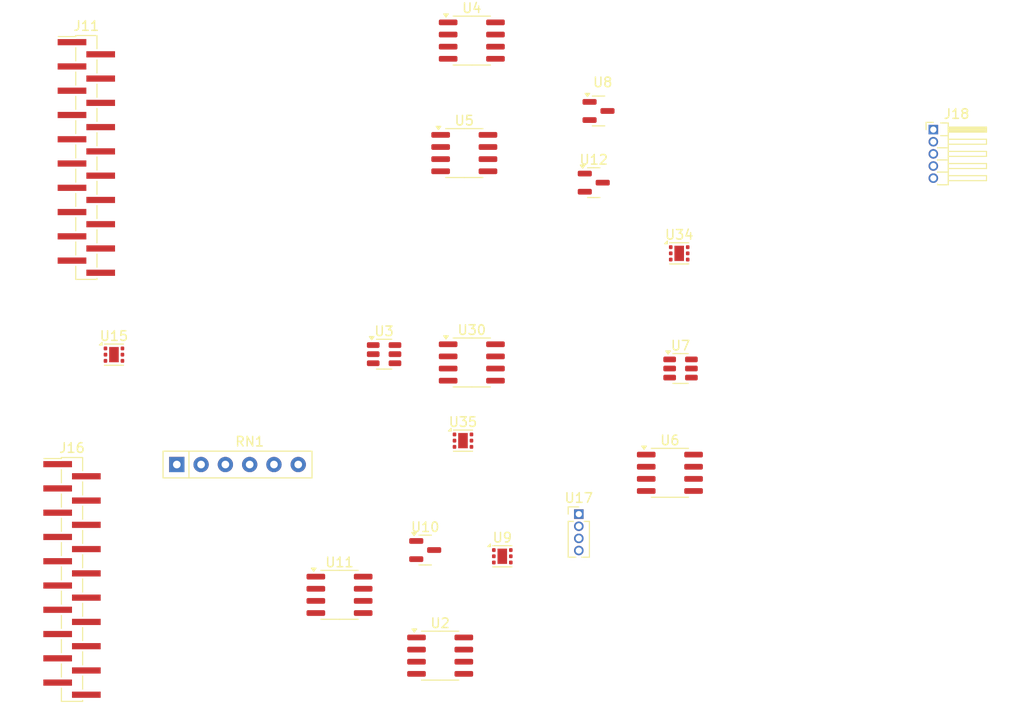
<source format=kicad_pcb>
(kicad_pcb (version 20240108) (generator "pcbnew") (generator_version "8.0")
  (layers (0 "F.Cu" signal) (31 "B.Cu" signal) (34 "B.Paste" user) (35 "F.Paste" user) (36 "B.SilkS" user "B.Silkscreen") (37 "F.SilkS" user "F.Silkscreen") (38 "B.Mask" user) (39 "F.Mask" user) (44 "Edge.Cuts" user))
  (net 0 "")
  (net 6 "GND")
  (net 14 "+3.3V")
  (net 15 "+5V")
  (net 29 "Net-(J2-In)")
  (net 30 "Net-(RN1-R2.2)")
  (net 31 "/Base_Sensor/ANALOG_GND")
  (net 32 "/Base_Sensor/Vsense")
  (net 33 "Net-(J8-Pin_2)")
  (net 34 "Net-(U2A--)")
  (net 35 "Net-(J8-Pin_3)")
  (net 36 "/Base_Sensor/VDD")
  (net 37 "Net-(J8-Pin_1)")
  (net 38 "/EN{slash}~{SH_0}")
  (net 39 "/Sensor Module Prototype/Vdd")
  (net 40 "/Sensor Module Prototype/ANALOG_GND")
  (net 41 "Net-(U5A-+)")
  (net 42 "Net-(R12-Pad2)")
  (net 43 "Net-(U5B--)")
  (net 44 "Net-(R13-Pad2)")
  (net 45 "Net-(U5B-+)")
  (net 46 "Net-(U5A--)")
  (net 47 "/Sensor Module Prototype/SLOT_ADDR_1")
  (net 48 "/Sensor Module Prototype/CALIBRATE")
  (net 49 "/Sensor Module Prototype/DIGITAL_GND")
  (net 50 "/Sensor Module Prototype/I2C_SDA")
  (net 51 "/Sensor Module Prototype/SLOT_ADDR_0")
  (net 52 "/Sensor Module Prototype/SLOT_ADDR_2")
  (net 53 "/Sensor Module Prototype/I2C_SCL")
  (net 54 "/Sensor Module Prototype/EN_~{SH}")
  (net 55 "/Sensor Module Prototype/+5V")
  (net 56 "/Sensor Module Prototype/+4.096_REF")
  (net 57 "/Base_Sensor/+4.096_VREF")
  (net 58 "Net-(U11B-+)")
  (net 59 "Net-(U11B--)")
  (net 60 "Net-(U11A-+)")
  (net 61 "Net-(R21-Pad2)")
  (net 62 "Net-(U11A--)")
  (net 63 "Net-(R48-Pad2)")
  (net 64 "/Sensor Module Prototype/+2.5V_REF")
  (net 65 "Net-(J6-Pin_1)")
  (net 66 "/Base_Sensor/Vdd")
  (net 67 "/I2C_SCL")
  (net 68 "/I2C_SDA")
  (net 69 "/Base_Sensor/DIGITAL_GND")
  (net 70 "Net-(U30A--)")
  (net 71 "Net-(U30B--)")
  (footprint "Connector_PinHeader_1.27mm:PinHeader_1x20_P1.27mm_Vertical_SMD_Pin1Left" (layer "F.Cu") (at 45.5 50.865)
    (property "Reference" "J11" (at 0 -13.76 0) (layer "F.SilkS"))
    (property "Value" "Conn_01x20_Socket")
    (fp_line (start -1.11 -12.76) (end -1.11 -12.65) (stroke (width 0.12)) (layer "F.SilkS"))
    (fp_line (start -1.11 -12.76) (end 1.11 -12.76) (stroke (width 0.12)) (layer "F.SilkS"))
    (fp_line (start -1.11 -12.65) (end -2.94 -12.65) (stroke (width 0.12)) (layer "F.SilkS"))
    (fp_line (start -1.11 -11.48) (end -1.11 -10.11) (stroke (width 0.12)) (layer "F.SilkS"))
    (fp_line (start -1.11 -8.94) (end -1.11 -7.57) (stroke (width 0.12)) (layer "F.SilkS"))
    (fp_line (start -1.11 -6.4) (end -1.11 -5.03) (stroke (width 0.12)) (layer "F.SilkS"))
    (fp_line (start -1.11 -3.86) (end -1.11 -2.49) (stroke (width 0.12)) (layer "F.SilkS"))
    (fp_line (start -1.11 -1.32) (end -1.11 0.05) (stroke (width 0.12)) (layer "F.SilkS"))
    (fp_line (start -1.11 1.22) (end -1.11 2.59) (stroke (width 0.12)) (layer "F.SilkS"))
    (fp_line (start -1.11 3.76) (end -1.11 5.13) (stroke (width 0.12)) (layer "F.SilkS"))
    (fp_line (start -1.11 6.3) (end -1.11 7.67) (stroke (width 0.12)) (layer "F.SilkS"))
    (fp_line (start -1.11 8.84) (end -1.11 10.21) (stroke (width 0.12)) (layer "F.SilkS"))
    (fp_line (start -1.11 11.38) (end -1.11 12.75) (stroke (width 0.12)) (layer "F.SilkS"))
    (fp_line (start -1.11 12.76) (end 1.11 12.76) (stroke (width 0.12)) (layer "F.SilkS"))
    (fp_line (start 1.11 -12.75) (end 1.11 -11.38) (stroke (width 0.12)) (layer "F.SilkS"))
    (fp_line (start 1.11 -10.21) (end 1.11 -8.84) (stroke (width 0.12)) (layer "F.SilkS"))
    (fp_line (start 1.11 -7.67) (end 1.11 -6.3) (stroke (width 0.12)) (layer "F.SilkS"))
    (fp_line (start 1.11 -5.13) (end 1.11 -3.76) (stroke (width 0.12)) (layer "F.SilkS"))
    (fp_line (start 1.11 -2.59) (end 1.11 -1.22) (stroke (width 0.12)) (layer "F.SilkS"))
    (fp_line (start 1.11 -0.05) (end 1.11 1.32) (stroke (width 0.12)) (layer "F.SilkS"))
    (fp_line (start 1.11 2.49) (end 1.11 3.86) (stroke (width 0.12)) (layer "F.SilkS"))
    (fp_line (start 1.11 5.03) (end 1.11 6.4) (stroke (width 0.12)) (layer "F.SilkS"))
    (fp_line (start 1.11 7.57) (end 1.11 8.94) (stroke (width 0.12)) (layer "F.SilkS"))
    (fp_line (start 1.11 10.11) (end 1.11 11.48) (stroke (width 0.12)) (layer "F.SilkS"))
    (fp_line (start 1.11 12.65) (end 1.11 12.76) (stroke (width 0.12)) (layer "F.SilkS"))
    (pad "1" smd rect (at -1.5 -12.065) (size 3 0.65) (layers "F.Cu" "F.Paste" "F.Mask") (net 6 "GND"))
    (pad "2" smd rect (at 1.5 -10.795) (size 3 0.65) (layers "F.Cu" "F.Paste" "F.Mask") (net 6 "GND"))
    (pad "3" smd rect (at -1.5 -9.525) (size 3 0.65) (layers "F.Cu" "F.Paste" "F.Mask") (net 6 "GND"))
    (pad "4" smd rect (at 1.5 -8.255) (size 3 0.65) (layers "F.Cu" "F.Paste" "F.Mask") (net 6 "GND"))
    (pad "5" smd rect (at -1.5 -6.985) (size 3 0.65) (layers "F.Cu" "F.Paste" "F.Mask"))
    (pad "6" smd rect (at 1.5 -5.715) (size 3 0.65) (layers "F.Cu" "F.Paste" "F.Mask"))
    (pad "7" smd rect (at -1.5 -4.445) (size 3 0.65) (layers "F.Cu" "F.Paste" "F.Mask"))
    (pad "8" smd rect (at 1.5 -3.175) (size 3 0.65) (layers "F.Cu" "F.Paste" "F.Mask"))
    (pad "9" smd rect (at -1.5 -1.905) (size 3 0.65) (layers "F.Cu" "F.Paste" "F.Mask") (net 6 "GND"))
    (pad "10" smd rect (at 1.5 -0.635) (size 3 0.65) (layers "F.Cu" "F.Paste" "F.Mask") (net 6 "GND"))
    (pad "11" smd rect (at -1.5 0.635) (size 3 0.65) (layers "F.Cu" "F.Paste" "F.Mask"))
    (pad "12" smd rect (at 1.5 1.905) (size 3 0.65) (layers "F.Cu" "F.Paste" "F.Mask"))
    (pad "13" smd rect (at -1.5 3.175) (size 3 0.65) (layers "F.Cu" "F.Paste" "F.Mask"))
    (pad "14" smd rect (at 1.5 4.445) (size 3 0.65) (layers "F.Cu" "F.Paste" "F.Mask") (net 6 "GND"))
    (pad "15" smd rect (at -1.5 5.715) (size 3 0.65) (layers "F.Cu" "F.Paste" "F.Mask"))
    (pad "16" smd rect (at 1.5 6.985) (size 3 0.65) (layers "F.Cu" "F.Paste" "F.Mask"))
    (pad "17" smd rect (at -1.5 8.255) (size 3 0.65) (layers "F.Cu" "F.Paste" "F.Mask"))
    (pad "18" smd rect (at 1.5 9.525) (size 3 0.65) (layers "F.Cu" "F.Paste" "F.Mask"))
    (pad "19" smd rect (at -1.5 10.795) (size 3 0.65) (layers "F.Cu" "F.Paste" "F.Mask"))
    (pad "20" smd rect (at 1.5 12.065) (size 3 0.65) (layers "F.Cu" "F.Paste" "F.Mask") (net 6 "GND"))
  )
  (footprint "Package_SON:WSON-6-1EP_2x2mm_P0.65mm_EP1x1.6mm" (layer "F.Cu") (at 107.5 60.9)
    (property "Reference" "U34" (at 0 -1.95 0) (layer "F.SilkS"))
    (property "Value" "TVS0500DRV")
    (fp_line (start -1 -1.11) (end 1 -1.11) (stroke (width 0.12)) (layer "F.SilkS"))
    (fp_line (start -1 1.11) (end 1 1.11) (stroke (width 0.12)) (layer "F.SilkS"))
    (fp_poly (pts (xy -1.24 -1.01) (xy -1.52 -1.01) (xy -1.24 -1.29) (xy -1.24 -1.01)) (stroke (width 0.12)) (fill solid) (layer "F.SilkS"))
    (pad "1" smd roundrect (at -0.8875 -0.65) (size 0.375 0.4) (layers "F.Cu" "F.Paste" "F.Mask") (net 40 "/Sensor Module Prototype/ANALOG_GND"))
    (pad "2" smd roundrect (at -0.8875 0) (size 0.375 0.4) (layers "F.Cu" "F.Paste" "F.Mask") (net 40 "/Sensor Module Prototype/ANALOG_GND"))
    (pad "3" smd roundrect (at -0.8875 0.65) (size 0.375 0.4) (layers "F.Cu" "F.Paste" "F.Mask") (net 40 "/Sensor Module Prototype/ANALOG_GND"))
    (pad "4" smd roundrect (at 0.8875 0.65) (size 0.375 0.4) (layers "F.Cu" "F.Paste" "F.Mask") (net 71 "Net-(U30B--)"))
    (pad "5" smd roundrect (at 0.8875 0) (size 0.375 0.4) (layers "F.Cu" "F.Paste" "F.Mask") (net 71 "Net-(U30B--)"))
    (pad "6" smd roundrect (at 0.8875 -0.65) (size 0.375 0.4) (layers "F.Cu" "F.Paste" "F.Mask") (net 71 "Net-(U30B--)"))
    (pad "7" smd rect (at 0 0) (size 1 1.6) (property pad_prop_heatsink) (layers "F.Cu" "F.Mask") (net 40 "/Sensor Module Prototype/ANALOG_GND"))
  )
  (footprint "Package_TO_SOT_SMD:SOT-23-6" (layer "F.Cu") (at 76.6375 71.45)
    (property "Reference" "U3" (at 0 -2.4 0) (layer "F.SilkS"))
    (property "Value" "TPS22929D")
    (fp_line (start 0 -1.56) (end -0.8 -1.56) (stroke (width 0.12)) (layer "F.SilkS"))
    (fp_line (start 0 -1.56) (end 0.8 -1.56) (stroke (width 0.12)) (layer "F.SilkS"))
    (fp_line (start 0 1.56) (end -0.8 1.56) (stroke (width 0.12)) (layer "F.SilkS"))
    (fp_line (start 0 1.56) (end 0.8 1.56) (stroke (width 0.12)) (layer "F.SilkS"))
    (fp_poly (pts (xy -1.3 -1.51) (xy -1.54 -1.84) (xy -1.06 -1.84) (xy -1.3 -1.51)) (stroke (width 0.12)) (fill solid) (layer "F.SilkS"))
    (pad "1" smd roundrect (at -1.1375 -0.95) (size 1.325 0.6) (layers "F.Cu" "F.Paste" "F.Mask") (net 36 "/Base_Sensor/VDD"))
    (pad "2" smd roundrect (at -1.1375 0) (size 1.325 0.6) (layers "F.Cu" "F.Paste" "F.Mask") (net 6 "GND"))
    (pad "3" smd roundrect (at -1.1375 0.95) (size 1.325 0.6) (layers "F.Cu" "F.Paste" "F.Mask") (net 38 "/EN{slash}~{SH_0}"))
    (pad "4" smd roundrect (at 1.1375 0.95) (size 1.325 0.6) (layers "F.Cu" "F.Paste" "F.Mask") (net 15 "+5V"))
    (pad "5" smd roundrect (at 1.1375 0) (size 1.325 0.6) (layers "F.Cu" "F.Paste" "F.Mask") (net 6 "GND"))
    (pad "6" smd roundrect (at 1.1375 -0.95) (size 1.325 0.6) (layers "F.Cu" "F.Paste" "F.Mask") (net 15 "+5V"))
  )
  (footprint "Package_SO:SOIC-8_3.9x4.9mm_P1.27mm" (layer "F.Cu") (at 85.81 38.635)
    (property "Reference" "U4" (at 0 -3.4 0) (layer "F.SilkS"))
    (property "Value" "OPA2397DGKR")
    (fp_line (start 0 -2.56) (end -1.95 -2.56) (stroke (width 0.12)) (layer "F.SilkS"))
    (fp_line (start 0 -2.56) (end 1.95 -2.56) (stroke (width 0.12)) (layer "F.SilkS"))
    (fp_line (start 0 2.56) (end -1.95 2.56) (stroke (width 0.12)) (layer "F.SilkS"))
    (fp_line (start 0 2.56) (end 1.95 2.56) (stroke (width 0.12)) (layer "F.SilkS"))
    (fp_poly (pts (xy -2.7 -2.465) (xy -2.94 -2.795) (xy -2.46 -2.795) (xy -2.7 -2.465)) (stroke (width 0.12)) (fill solid) (layer "F.SilkS"))
    (pad "1" smd roundrect (at -2.475 -1.905) (size 1.95 0.6) (layers "F.Cu" "F.Paste" "F.Mask"))
    (pad "2" smd roundrect (at -2.475 -0.635) (size 1.95 0.6) (layers "F.Cu" "F.Paste" "F.Mask"))
    (pad "3" smd roundrect (at -2.475 0.635) (size 1.95 0.6) (layers "F.Cu" "F.Paste" "F.Mask"))
    (pad "4" smd roundrect (at -2.475 1.905) (size 1.95 0.6) (layers "F.Cu" "F.Paste" "F.Mask") (net 40 "/Sensor Module Prototype/ANALOG_GND"))
    (pad "5" smd roundrect (at 2.475 1.905) (size 1.95 0.6) (layers "F.Cu" "F.Paste" "F.Mask"))
    (pad "6" smd roundrect (at 2.475 0.635) (size 1.95 0.6) (layers "F.Cu" "F.Paste" "F.Mask"))
    (pad "7" smd roundrect (at 2.475 -0.635) (size 1.95 0.6) (layers "F.Cu" "F.Paste" "F.Mask"))
    (pad "8" smd roundrect (at 2.475 -1.905) (size 1.95 0.6) (layers "F.Cu" "F.Paste" "F.Mask") (net 39 "/Sensor Module Prototype/Vdd"))
  )
  (footprint "Package_SON:WSON-6-1EP_2x2mm_P0.65mm_EP1x1.6mm" (layer "F.Cu") (at 84.8875 80.5)
    (property "Reference" "U35" (at 0 -1.95 0) (layer "F.SilkS"))
    (property "Value" "TVS0500DRV")
    (fp_line (start -1 -1.11) (end 1 -1.11) (stroke (width 0.12)) (layer "F.SilkS"))
    (fp_line (start -1 1.11) (end 1 1.11) (stroke (width 0.12)) (layer "F.SilkS"))
    (fp_poly (pts (xy -1.24 -1.01) (xy -1.52 -1.01) (xy -1.24 -1.29) (xy -1.24 -1.01)) (stroke (width 0.12)) (fill solid) (layer "F.SilkS"))
    (pad "1" smd roundrect (at -0.8875 -0.65) (size 0.375 0.4) (layers "F.Cu" "F.Paste" "F.Mask") (net 40 "/Sensor Module Prototype/ANALOG_GND"))
    (pad "2" smd roundrect (at -0.8875 0) (size 0.375 0.4) (layers "F.Cu" "F.Paste" "F.Mask") (net 40 "/Sensor Module Prototype/ANALOG_GND"))
    (pad "3" smd roundrect (at -0.8875 0.65) (size 0.375 0.4) (layers "F.Cu" "F.Paste" "F.Mask") (net 40 "/Sensor Module Prototype/ANALOG_GND"))
    (pad "4" smd roundrect (at 0.8875 0.65) (size 0.375 0.4) (layers "F.Cu" "F.Paste" "F.Mask") (net 70 "Net-(U30A--)"))
    (pad "5" smd roundrect (at 0.8875 0) (size 0.375 0.4) (layers "F.Cu" "F.Paste" "F.Mask") (net 70 "Net-(U30A--)"))
    (pad "6" smd roundrect (at 0.8875 -0.65) (size 0.375 0.4) (layers "F.Cu" "F.Paste" "F.Mask") (net 70 "Net-(U30A--)"))
    (pad "7" smd rect (at 0 0) (size 1 1.6) (property pad_prop_heatsink) (layers "F.Cu" "F.Mask") (net 40 "/Sensor Module Prototype/ANALOG_GND"))
  )
  (footprint "Package_TO_SOT_SMD:SOT-23-6" (layer "F.Cu") (at 107.6375 72.95)
    (property "Reference" "U7" (at 0 -2.4 0) (layer "F.SilkS"))
    (property "Value" "TPS22929D")
    (fp_line (start 0 -1.56) (end -0.8 -1.56) (stroke (width 0.12)) (layer "F.SilkS"))
    (fp_line (start 0 -1.56) (end 0.8 -1.56) (stroke (width 0.12)) (layer "F.SilkS"))
    (fp_line (start 0 1.56) (end -0.8 1.56) (stroke (width 0.12)) (layer "F.SilkS"))
    (fp_line (start 0 1.56) (end 0.8 1.56) (stroke (width 0.12)) (layer "F.SilkS"))
    (fp_poly (pts (xy -1.3 -1.51) (xy -1.54 -1.84) (xy -1.06 -1.84) (xy -1.3 -1.51)) (stroke (width 0.12)) (fill solid) (layer "F.SilkS"))
    (pad "1" smd roundrect (at -1.1375 -0.95) (size 1.325 0.6) (layers "F.Cu" "F.Paste" "F.Mask") (net 39 "/Sensor Module Prototype/Vdd"))
    (pad "2" smd roundrect (at -1.1375 0) (size 1.325 0.6) (layers "F.Cu" "F.Paste" "F.Mask") (net 49 "/Sensor Module Prototype/DIGITAL_GND"))
    (pad "3" smd roundrect (at -1.1375 0.95) (size 1.325 0.6) (layers "F.Cu" "F.Paste" "F.Mask") (net 54 "/Sensor Module Prototype/EN_~{SH}"))
    (pad "4" smd roundrect (at 1.1375 0.95) (size 1.325 0.6) (layers "F.Cu" "F.Paste" "F.Mask") (net 55 "/Sensor Module Prototype/+5V"))
    (pad "5" smd roundrect (at 1.1375 0) (size 1.325 0.6) (layers "F.Cu" "F.Paste" "F.Mask") (net 49 "/Sensor Module Prototype/DIGITAL_GND"))
    (pad "6" smd roundrect (at 1.1375 -0.95) (size 1.325 0.6) (layers "F.Cu" "F.Paste" "F.Mask") (net 55 "/Sensor Module Prototype/+5V"))
  )
  (footprint "Package_SON:WSON-6-1EP_2x2mm_P0.65mm_EP1x1.6mm" (layer "F.Cu") (at 48.3875 71.5)
    (property "Reference" "U15" (at 0 -1.95 0) (layer "F.SilkS"))
    (property "Value" "TVS0500DRV")
    (fp_line (start -1 -1.11) (end 1 -1.11) (stroke (width 0.12)) (layer "F.SilkS"))
    (fp_line (start -1 1.11) (end 1 1.11) (stroke (width 0.12)) (layer "F.SilkS"))
    (fp_poly (pts (xy -1.24 -1.01) (xy -1.52 -1.01) (xy -1.24 -1.29) (xy -1.24 -1.01)) (stroke (width 0.12)) (fill solid) (layer "F.SilkS"))
    (pad "1" smd roundrect (at -0.8875 -0.65) (size 0.375 0.4) (layers "F.Cu" "F.Paste" "F.Mask") (net 6 "GND"))
    (pad "2" smd roundrect (at -0.8875 0) (size 0.375 0.4) (layers "F.Cu" "F.Paste" "F.Mask") (net 6 "GND"))
    (pad "3" smd roundrect (at -0.8875 0.65) (size 0.375 0.4) (layers "F.Cu" "F.Paste" "F.Mask") (net 6 "GND"))
    (pad "4" smd roundrect (at 0.8875 0.65) (size 0.375 0.4) (layers "F.Cu" "F.Paste" "F.Mask") (net 65 "Net-(J6-Pin_1)"))
    (pad "5" smd roundrect (at 0.8875 0) (size 0.375 0.4) (layers "F.Cu" "F.Paste" "F.Mask") (net 65 "Net-(J6-Pin_1)"))
    (pad "6" smd roundrect (at 0.8875 -0.65) (size 0.375 0.4) (layers "F.Cu" "F.Paste" "F.Mask") (net 65 "Net-(J6-Pin_1)"))
    (pad "7" smd rect (at 0 0) (size 1 1.6) (property pad_prop_heatsink) (layers "F.Cu" "F.Mask") (net 6 "GND"))
  )
  (footprint "Package_SO:SOIC-8_3.9x4.9mm_P1.27mm" (layer "F.Cu") (at 85.81 72.32)
    (property "Reference" "U30" (at 0 -3.4 0) (layer "F.SilkS"))
    (property "Value" "TLV2387DR")
    (fp_line (start 0 -2.56) (end -1.95 -2.56) (stroke (width 0.12)) (layer "F.SilkS"))
    (fp_line (start 0 -2.56) (end 1.95 -2.56) (stroke (width 0.12)) (layer "F.SilkS"))
    (fp_line (start 0 2.56) (end -1.95 2.56) (stroke (width 0.12)) (layer "F.SilkS"))
    (fp_line (start 0 2.56) (end 1.95 2.56) (stroke (width 0.12)) (layer "F.SilkS"))
    (fp_poly (pts (xy -2.7 -2.465) (xy -2.94 -2.795) (xy -2.46 -2.795) (xy -2.7 -2.465)) (stroke (width 0.12)) (fill solid) (layer "F.SilkS"))
    (pad "1" smd roundrect (at -2.475 -1.905) (size 1.95 0.6) (layers "F.Cu" "F.Paste" "F.Mask") (net 70 "Net-(U30A--)"))
    (pad "2" smd roundrect (at -2.475 -0.635) (size 1.95 0.6) (layers "F.Cu" "F.Paste" "F.Mask") (net 70 "Net-(U30A--)"))
    (pad "3" smd roundrect (at -2.475 0.635) (size 1.95 0.6) (layers "F.Cu" "F.Paste" "F.Mask") (net 64 "/Sensor Module Prototype/+2.5V_REF"))
    (pad "4" smd roundrect (at -2.475 1.905) (size 1.95 0.6) (layers "F.Cu" "F.Paste" "F.Mask") (net 40 "/Sensor Module Prototype/ANALOG_GND"))
    (pad "5" smd roundrect (at 2.475 1.905) (size 1.95 0.6) (layers "F.Cu" "F.Paste" "F.Mask") (net 64 "/Sensor Module Prototype/+2.5V_REF"))
    (pad "6" smd roundrect (at 2.475 0.635) (size 1.95 0.6) (layers "F.Cu" "F.Paste" "F.Mask") (net 71 "Net-(U30B--)"))
    (pad "7" smd roundrect (at 2.475 -0.635) (size 1.95 0.6) (layers "F.Cu" "F.Paste" "F.Mask") (net 71 "Net-(U30B--)"))
    (pad "8" smd roundrect (at 2.475 -1.905) (size 1.95 0.6) (layers "F.Cu" "F.Paste" "F.Mask") (net 39 "/Sensor Module Prototype/Vdd"))
  )
  (footprint "Connector_PinHeader_1.27mm:PinHeader_1x20_P1.27mm_Vertical_SMD_Pin1Left" (layer "F.Cu") (at 44 95.025)
    (property "Reference" "J16" (at 0 -13.76 0) (layer "F.SilkS"))
    (property "Value" "Conn_01x20_Socket")
    (fp_line (start -1.11 -12.76) (end -1.11 -12.65) (stroke (width 0.12)) (layer "F.SilkS"))
    (fp_line (start -1.11 -12.76) (end 1.11 -12.76) (stroke (width 0.12)) (layer "F.SilkS"))
    (fp_line (start -1.11 -12.65) (end -2.94 -12.65) (stroke (width 0.12)) (layer "F.SilkS"))
    (fp_line (start -1.11 -11.48) (end -1.11 -10.11) (stroke (width 0.12)) (layer "F.SilkS"))
    (fp_line (start -1.11 -8.94) (end -1.11 -7.57) (stroke (width 0.12)) (layer "F.SilkS"))
    (fp_line (start -1.11 -6.4) (end -1.11 -5.03) (stroke (width 0.12)) (layer "F.SilkS"))
    (fp_line (start -1.11 -3.86) (end -1.11 -2.49) (stroke (width 0.12)) (layer "F.SilkS"))
    (fp_line (start -1.11 -1.32) (end -1.11 0.05) (stroke (width 0.12)) (layer "F.SilkS"))
    (fp_line (start -1.11 1.22) (end -1.11 2.59) (stroke (width 0.12)) (layer "F.SilkS"))
    (fp_line (start -1.11 3.76) (end -1.11 5.13) (stroke (width 0.12)) (layer "F.SilkS"))
    (fp_line (start -1.11 6.3) (end -1.11 7.67) (stroke (width 0.12)) (layer "F.SilkS"))
    (fp_line (start -1.11 8.84) (end -1.11 10.21) (stroke (width 0.12)) (layer "F.SilkS"))
    (fp_line (start -1.11 11.38) (end -1.11 12.75) (stroke (width 0.12)) (layer "F.SilkS"))
    (fp_line (start -1.11 12.76) (end 1.11 12.76) (stroke (width 0.12)) (layer "F.SilkS"))
    (fp_line (start 1.11 -12.75) (end 1.11 -11.38) (stroke (width 0.12)) (layer "F.SilkS"))
    (fp_line (start 1.11 -10.21) (end 1.11 -8.84) (stroke (width 0.12)) (layer "F.SilkS"))
    (fp_line (start 1.11 -7.67) (end 1.11 -6.3) (stroke (width 0.12)) (layer "F.SilkS"))
    (fp_line (start 1.11 -5.13) (end 1.11 -3.76) (stroke (width 0.12)) (layer "F.SilkS"))
    (fp_line (start 1.11 -2.59) (end 1.11 -1.22) (stroke (width 0.12)) (layer "F.SilkS"))
    (fp_line (start 1.11 -0.05) (end 1.11 1.32) (stroke (width 0.12)) (layer "F.SilkS"))
    (fp_line (start 1.11 2.49) (end 1.11 3.86) (stroke (width 0.12)) (layer "F.SilkS"))
    (fp_line (start 1.11 5.03) (end 1.11 6.4) (stroke (width 0.12)) (layer "F.SilkS"))
    (fp_line (start 1.11 7.57) (end 1.11 8.94) (stroke (width 0.12)) (layer "F.SilkS"))
    (fp_line (start 1.11 10.11) (end 1.11 11.48) (stroke (width 0.12)) (layer "F.SilkS"))
    (fp_line (start 1.11 12.65) (end 1.11 12.76) (stroke (width 0.12)) (layer "F.SilkS"))
    (pad "1" smd rect (at -1.5 -12.065) (size 3 0.65) (layers "F.Cu" "F.Paste" "F.Mask") (net 14 "+3.3V"))
    (pad "2" smd rect (at 1.5 -10.795) (size 3 0.65) (layers "F.Cu" "F.Paste" "F.Mask"))
    (pad "3" smd rect (at -1.5 -9.525) (size 3 0.65) (layers "F.Cu" "F.Paste" "F.Mask"))
    (pad "4" smd rect (at 1.5 -8.255) (size 3 0.65) (layers "F.Cu" "F.Paste" "F.Mask"))
    (pad "5" smd rect (at -1.5 -6.985) (size 3 0.65) (layers "F.Cu" "F.Paste" "F.Mask"))
    (pad "6" smd rect (at 1.5 -5.715) (size 3 0.65) (layers "F.Cu" "F.Paste" "F.Mask"))
    (pad "7" smd rect (at -1.5 -4.445) (size 3 0.65) (layers "F.Cu" "F.Paste" "F.Mask"))
    (pad "8" smd rect (at 1.5 -3.175) (size 3 0.65) (layers "F.Cu" "F.Paste" "F.Mask"))
    (pad "9" smd rect (at -1.5 -1.905) (size 3 0.65) (layers "F.Cu" "F.Paste" "F.Mask"))
    (pad "10" smd rect (at 1.5 -0.635) (size 3 0.65) (layers "F.Cu" "F.Paste" "F.Mask"))
    (pad "11" smd rect (at -1.5 0.635) (size 3 0.65) (layers "F.Cu" "F.Paste" "F.Mask"))
    (pad "12" smd rect (at 1.5 1.905) (size 3 0.65) (layers "F.Cu" "F.Paste" "F.Mask"))
    (pad "13" smd rect (at -1.5 3.175) (size 3 0.65) (layers "F.Cu" "F.Paste" "F.Mask"))
    (pad "14" smd rect (at 1.5 4.445) (size 3 0.65) (layers "F.Cu" "F.Paste" "F.Mask") (net 6 "GND"))
    (pad "15" smd rect (at -1.5 5.715) (size 3 0.65) (layers "F.Cu" "F.Paste" "F.Mask"))
    (pad "16" smd rect (at 1.5 6.985) (size 3 0.65) (layers "F.Cu" "F.Paste" "F.Mask") (net 14 "+3.3V"))
    (pad "17" smd rect (at -1.5 8.255) (size 3 0.65) (layers "F.Cu" "F.Paste" "F.Mask") (net 14 "+3.3V"))
    (pad "18" smd rect (at 1.5 9.525) (size 3 0.65) (layers "F.Cu" "F.Paste" "F.Mask") (net 14 "+3.3V"))
    (pad "19" smd rect (at -1.5 10.795) (size 3 0.65) (layers "F.Cu" "F.Paste" "F.Mask") (net 15 "+5V"))
    (pad "20" smd rect (at 1.5 12.065) (size 3 0.65) (layers "F.Cu" "F.Paste" "F.Mask") (net 15 "+5V"))
  )
  (footprint "Package_TO_SOT_SMD:SOT-23" (layer "F.Cu") (at 80.9375 91.95)
    (property "Reference" "U10" (at 0 -2.4 0) (layer "F.SilkS"))
    (property "Value" "REF3040")
    (fp_line (start 0 -1.56) (end -0.65 -1.56) (stroke (width 0.12)) (layer "F.SilkS"))
    (fp_line (start 0 -1.56) (end 0.65 -1.56) (stroke (width 0.12)) (layer "F.SilkS"))
    (fp_line (start 0 1.56) (end -0.65 1.56) (stroke (width 0.12)) (layer "F.SilkS"))
    (fp_line (start 0 1.56) (end 0.65 1.56) (stroke (width 0.12)) (layer "F.SilkS"))
    (fp_poly (pts (xy -1.1625 -1.51) (xy -1.4025 -1.84) (xy -0.9225 -1.84) (xy -1.1625 -1.51)) (stroke (width 0.12)) (fill solid) (layer "F.SilkS"))
    (pad "1" smd roundrect (at -0.9375 -0.95) (size 1.475 0.6) (layers "F.Cu" "F.Paste" "F.Mask") (net 36 "/Base_Sensor/VDD"))
    (pad "2" smd roundrect (at -0.9375 0.95) (size 1.475 0.6) (layers "F.Cu" "F.Paste" "F.Mask") (net 57 "/Base_Sensor/+4.096_VREF"))
    (pad "3" smd roundrect (at 0.9375 0) (size 1.475 0.6) (layers "F.Cu" "F.Paste" "F.Mask") (net 31 "/Base_Sensor/ANALOG_GND"))
  )
  (footprint "Connector_PinHeader_1.27mm:PinHeader_1x05_P1.27mm_Horizontal" (layer "F.Cu") (at 134.075 47.95)
    (property "Reference" "J18" (at 2.4325 -1.635 0) (layer "F.SilkS"))
    (property "Value" "EZO Carrier Board")
    (fp_line (start -0.76 -0.76) (end 0 -0.76) (stroke (width 0.12)) (layer "F.SilkS"))
    (fp_line (start -0.76 0) (end -0.76 -0.76) (stroke (width 0.12)) (layer "F.SilkS"))
    (fp_line (start 0.44 1.889677) (end 0.44 1.920323) (stroke (width 0.12)) (layer "F.SilkS"))
    (fp_line (start 0.44 1.905) (end 1.56 1.905) (stroke (width 0.12)) (layer "F.SilkS"))
    (fp_line (start 0.44 3.159677) (end 0.44 3.190323) (stroke (width 0.12)) (layer "F.SilkS"))
    (fp_line (start 0.44 3.175) (end 1.56 3.175) (stroke (width 0.12)) (layer "F.SilkS"))
    (fp_line (start 0.44 4.429677) (end 0.44 4.460323) (stroke (width 0.12)) (layer "F.SilkS"))
    (fp_line (start 0.44 4.445) (end 1.56 4.445) (stroke (width 0.12)) (layer "F.SilkS"))
    (fp_line (start 0.44 5.775) (end 0.44 5.699677) (stroke (width 0.12)) (layer "F.SilkS"))
    (fp_line (start 0.76 -0.695) (end 1.56 -0.695) (stroke (width 0.12)) (layer "F.SilkS"))
    (fp_line (start 0.76 0.635) (end 1.56 0.635) (stroke (width 0.12)) (layer "F.SilkS"))
    (fp_line (start 1.56 -0.695) (end 1.56 5.775) (stroke (width 0.12)) (layer "F.SilkS"))
    (fp_line (start 1.56 -0.26) (end 5.56 -0.26) (stroke (width 0.12)) (layer "F.SilkS"))
    (fp_line (start 1.56 -0.2) (end 5.56 -0.2) (stroke (width 0.12)) (layer "F.SilkS"))
    (fp_line (start 1.56 -0.08) (end 5.56 -0.08) (stroke (width 0.12)) (layer "F.SilkS"))
    (fp_line (start 1.56 0.04) (end 5.56 0.04) (stroke (width 0.12)) (layer "F.SilkS"))
    (fp_line (start 1.56 0.16) (end 5.56 0.16) (stroke (width 0.12)) (layer "F.SilkS"))
    (fp_line (start 1.56 1.01) (end 5.56 1.01) (stroke (width 0.12)) (layer "F.SilkS"))
    (fp_line (start 1.56 2.28) (end 5.56 2.28) (stroke (width 0.12)) (layer "F.SilkS"))
    (fp_line (start 1.56 3.55) (end 5.56 3.55) (stroke (width 0.12)) (layer "F.SilkS"))
    (fp_line (start 1.56 4.82) (end 5.56 4.82) (stroke (width 0.12)) (layer "F.SilkS"))
    (fp_line (start 1.56 5.775) (end 0.44 5.775) (stroke (width 0.12)) (layer "F.SilkS"))
    (fp_line (start 5.56 -0.26) (end 5.56 0.26) (stroke (width 0.12)) (layer "F.SilkS"))
    (fp_line (start 5.56 0.26) (end 1.56 0.26) (stroke (width 0.12)) (layer "F.SilkS"))
    (fp_line (start 5.56 1.01) (end 5.56 1.53) (stroke (width 0.12)) (layer "F.SilkS"))
    (fp_line (start 5.56 1.53) (end 1.56 1.53) (stroke (width 0.12)) (layer "F.SilkS"))
    (fp_line (start 5.56 2.28) (end 5.56 2.8) (stroke (width 0.12)) (layer "F.SilkS"))
    (fp_line (start 5.56 2.8) (end 1.56 2.8) (stroke (width 0.12)) (layer "F.SilkS"))
    (fp_line (start 5.56 3.55) (end 5.56 4.07) (stroke (width 0.12)) (layer "F.SilkS"))
    (fp_line (start 5.56 4.07) (end 1.56 4.07) (stroke (width 0.12)) (layer "F.SilkS"))
    (fp_line (start 5.56 4.82) (end 5.56 5.34) (stroke (width 0.12)) (layer "F.SilkS"))
    (fp_line (start 5.56 5.34) (end 1.56 5.34) (stroke (width 0.12)) (layer "F.SilkS"))
    (pad "1" thru_hole rect (at 0 0) (size 1 1) (drill 0.65) (layers "*.Cu" "*.Mask" "In1.Cu" "In2.Cu" "In3.Cu" "In4.Cu" "In5.Cu" "In6.Cu" "In7.Cu" "In8.Cu" "In9.Cu" "In10.Cu" "In11.Cu" "In12.Cu" "In13.Cu" "In14.Cu" "In15.Cu" "In16.Cu" "In17.Cu" "In18.Cu" "In19.Cu" "In20.Cu" "In21.Cu" "In22.Cu" "In23.Cu" "In24.Cu" "In25.Cu" "In26.Cu" "In27.Cu" "In28.Cu" "In29.Cu" "In30.Cu") (net 53 "/Sensor Module Prototype/I2C_SCL"))
    (pad "2" thru_hole oval (at 0 1.27) (size 1 1) (drill 0.65) (layers "*.Cu" "*.Mask" "In1.Cu" "In2.Cu" "In3.Cu" "In4.Cu" "In5.Cu" "In6.Cu" "In7.Cu" "In8.Cu" "In9.Cu" "In10.Cu" "In11.Cu" "In12.Cu" "In13.Cu" "In14.Cu" "In15.Cu" "In16.Cu" "In17.Cu" "In18.Cu" "In19.Cu" "In20.Cu" "In21.Cu" "In22.Cu" "In23.Cu" "In24.Cu" "In25.Cu" "In26.Cu" "In27.Cu" "In28.Cu" "In29.Cu" "In30.Cu") (net 50 "/Sensor Module Prototype/I2C_SDA"))
    (pad "3" thru_hole oval (at 0 2.54) (size 1 1) (drill 0.65) (layers "*.Cu" "*.Mask" "In1.Cu" "In2.Cu" "In3.Cu" "In4.Cu" "In5.Cu" "In6.Cu" "In7.Cu" "In8.Cu" "In9.Cu" "In10.Cu" "In11.Cu" "In12.Cu" "In13.Cu" "In14.Cu" "In15.Cu" "In16.Cu" "In17.Cu" "In18.Cu" "In19.Cu" "In20.Cu" "In21.Cu" "In22.Cu" "In23.Cu" "In24.Cu" "In25.Cu" "In26.Cu" "In27.Cu" "In28.Cu" "In29.Cu" "In30.Cu") (net 49 "/Sensor Module Prototype/DIGITAL_GND"))
    (pad "4" thru_hole oval (at 0 3.81) (size 1 1) (drill 0.65) (layers "*.Cu" "*.Mask" "In1.Cu" "In2.Cu" "In3.Cu" "In4.Cu" "In5.Cu" "In6.Cu" "In7.Cu" "In8.Cu" "In9.Cu" "In10.Cu" "In11.Cu" "In12.Cu" "In13.Cu" "In14.Cu" "In15.Cu" "In16.Cu" "In17.Cu" "In18.Cu" "In19.Cu" "In20.Cu" "In21.Cu" "In22.Cu" "In23.Cu" "In24.Cu" "In25.Cu" "In26.Cu" "In27.Cu" "In28.Cu" "In29.Cu" "In30.Cu") (net 39 "/Sensor Module Prototype/Vdd"))
    (pad "5" thru_hole oval (at 0 5.08) (size 1 1) (drill 0.65) (layers "*.Cu" "*.Mask" "In1.Cu" "In2.Cu" "In3.Cu" "In4.Cu" "In5.Cu" "In6.Cu" "In7.Cu" "In8.Cu" "In9.Cu" "In10.Cu" "In11.Cu" "In12.Cu" "In13.Cu" "In14.Cu" "In15.Cu" "In16.Cu" "In17.Cu" "In18.Cu" "In19.Cu" "In20.Cu" "In21.Cu" "In22.Cu" "In23.Cu" "In24.Cu" "In25.Cu" "In26.Cu" "In27.Cu" "In28.Cu" "In29.Cu" "In30.Cu") (net 39 "/Sensor Module Prototype/Vdd"))
  )
  (footprint "Connector_PinHeader_1.27mm:PinHeader_1x04_P1.27mm_Vertical" (layer "F.Cu") (at 97 88.19)
    (property "Reference" "U17" (at 0 -1.695 0) (layer "F.SilkS"))
    (property "Value" "DHT20")
    (fp_line (start -1.11 -0.76) (end 0 -0.76) (stroke (width 0.12)) (layer "F.SilkS"))
    (fp_line (start -1.11 0) (end -1.11 -0.76) (stroke (width 0.12)) (layer "F.SilkS"))
    (fp_line (start -1.11 0.76) (end -1.11 4.505) (stroke (width 0.12)) (layer "F.SilkS"))
    (fp_line (start -1.11 0.76) (end -0.563471 0.76) (stroke (width 0.12)) (layer "F.SilkS"))
    (fp_line (start -1.11 4.505) (end -0.30753 4.505) (stroke (width 0.12)) (layer "F.SilkS"))
    (fp_line (start 0.30753 4.505) (end 1.11 4.505) (stroke (width 0.12)) (layer "F.SilkS"))
    (fp_line (start 0.563471 0.76) (end 1.11 0.76) (stroke (width 0.12)) (layer "F.SilkS"))
    (fp_line (start 1.11 0.76) (end 1.11 4.505) (stroke (width 0.12)) (layer "F.SilkS"))
    (pad "1" thru_hole rect (at 0 0) (size 1 1) (drill 0.65) (layers "*.Cu" "*.Mask" "In1.Cu" "In2.Cu" "In3.Cu" "In4.Cu" "In5.Cu" "In6.Cu" "In7.Cu" "In8.Cu" "In9.Cu" "In10.Cu" "In11.Cu" "In12.Cu" "In13.Cu" "In14.Cu" "In15.Cu" "In16.Cu" "In17.Cu" "In18.Cu" "In19.Cu" "In20.Cu" "In21.Cu" "In22.Cu" "In23.Cu" "In24.Cu" "In25.Cu" "In26.Cu" "In27.Cu" "In28.Cu" "In29.Cu" "In30.Cu") (net 66 "/Base_Sensor/Vdd"))
    (pad "2" thru_hole oval (at 0 1.27) (size 1 1) (drill 0.65) (layers "*.Cu" "*.Mask" "In1.Cu" "In2.Cu" "In3.Cu" "In4.Cu" "In5.Cu" "In6.Cu" "In7.Cu" "In8.Cu" "In9.Cu" "In10.Cu" "In11.Cu" "In12.Cu" "In13.Cu" "In14.Cu" "In15.Cu" "In16.Cu" "In17.Cu" "In18.Cu" "In19.Cu" "In20.Cu" "In21.Cu" "In22.Cu" "In23.Cu" "In24.Cu" "In25.Cu" "In26.Cu" "In27.Cu" "In28.Cu" "In29.Cu" "In30.Cu") (net 68 "/I2C_SDA"))
    (pad "3" thru_hole oval (at 0 2.54) (size 1 1) (drill 0.65) (layers "*.Cu" "*.Mask" "In1.Cu" "In2.Cu" "In3.Cu" "In4.Cu" "In5.Cu" "In6.Cu" "In7.Cu" "In8.Cu" "In9.Cu" "In10.Cu" "In11.Cu" "In12.Cu" "In13.Cu" "In14.Cu" "In15.Cu" "In16.Cu" "In17.Cu" "In18.Cu" "In19.Cu" "In20.Cu" "In21.Cu" "In22.Cu" "In23.Cu" "In24.Cu" "In25.Cu" "In26.Cu" "In27.Cu" "In28.Cu" "In29.Cu" "In30.Cu") (net 69 "/Base_Sensor/DIGITAL_GND"))
    (pad "4" thru_hole oval (at 0 3.81) (size 1 1) (drill 0.65) (layers "*.Cu" "*.Mask" "In1.Cu" "In2.Cu" "In3.Cu" "In4.Cu" "In5.Cu" "In6.Cu" "In7.Cu" "In8.Cu" "In9.Cu" "In10.Cu" "In11.Cu" "In12.Cu" "In13.Cu" "In14.Cu" "In15.Cu" "In16.Cu" "In17.Cu" "In18.Cu" "In19.Cu" "In20.Cu" "In21.Cu" "In22.Cu" "In23.Cu" "In24.Cu" "In25.Cu" "In26.Cu" "In27.Cu" "In28.Cu" "In29.Cu" "In30.Cu") (net 67 "/I2C_SCL"))
  )
  (footprint "Package_SO:SOIC-8_3.9x4.9mm_P1.27mm" (layer "F.Cu") (at 106.525 83.865)
    (property "Reference" "U6" (at 0 -3.4 0) (layer "F.SilkS"))
    (property "Value" "M24C02-WMN")
    (fp_line (start 0 -2.56) (end -1.95 -2.56) (stroke (width 0.12)) (layer "F.SilkS"))
    (fp_line (start 0 -2.56) (end 1.95 -2.56) (stroke (width 0.12)) (layer "F.SilkS"))
    (fp_line (start 0 2.56) (end -1.95 2.56) (stroke (width 0.12)) (layer "F.SilkS"))
    (fp_line (start 0 2.56) (end 1.95 2.56) (stroke (width 0.12)) (layer "F.SilkS"))
    (fp_poly (pts (xy -2.7 -2.465) (xy -2.94 -2.795) (xy -2.46 -2.795) (xy -2.7 -2.465)) (stroke (width 0.12)) (fill solid) (layer "F.SilkS"))
    (pad "1" smd roundrect (at -2.475 -1.905) (size 1.95 0.6) (layers "F.Cu" "F.Paste" "F.Mask") (net 51 "/Sensor Module Prototype/SLOT_ADDR_0"))
    (pad "2" smd roundrect (at -2.475 -0.635) (size 1.95 0.6) (layers "F.Cu" "F.Paste" "F.Mask") (net 47 "/Sensor Module Prototype/SLOT_ADDR_1"))
    (pad "3" smd roundrect (at -2.475 0.635) (size 1.95 0.6) (layers "F.Cu" "F.Paste" "F.Mask") (net 52 "/Sensor Module Prototype/SLOT_ADDR_2"))
    (pad "4" smd roundrect (at -2.475 1.905) (size 1.95 0.6) (layers "F.Cu" "F.Paste" "F.Mask") (net 49 "/Sensor Module Prototype/DIGITAL_GND"))
    (pad "5" smd roundrect (at 2.475 1.905) (size 1.95 0.6) (layers "F.Cu" "F.Paste" "F.Mask") (net 50 "/Sensor Module Prototype/I2C_SDA"))
    (pad "6" smd roundrect (at 2.475 0.635) (size 1.95 0.6) (layers "F.Cu" "F.Paste" "F.Mask") (net 53 "/Sensor Module Prototype/I2C_SCL"))
    (pad "7" smd roundrect (at 2.475 -0.635) (size 1.95 0.6) (layers "F.Cu" "F.Paste" "F.Mask") (net 48 "/Sensor Module Prototype/CALIBRATE"))
    (pad "8" smd roundrect (at 2.475 -1.905) (size 1.95 0.6) (layers "F.Cu" "F.Paste" "F.Mask") (net 39 "/Sensor Module Prototype/Vdd"))
  )
  (footprint "Package_TO_SOT_SMD:SOT-23" (layer "F.Cu") (at 99.0625 46)
    (property "Reference" "U8" (at 0.4375 -3 0) (layer "F.SilkS"))
    (property "Value" "REF3040")
    (fp_line (start 0 -1.56) (end -0.65 -1.56) (stroke (width 0.12)) (layer "F.SilkS"))
    (fp_line (start 0 -1.56) (end 0.65 -1.56) (stroke (width 0.12)) (layer "F.SilkS"))
    (fp_line (start 0 1.56) (end -0.65 1.56) (stroke (width 0.12)) (layer "F.SilkS"))
    (fp_line (start 0 1.56) (end 0.65 1.56) (stroke (width 0.12)) (layer "F.SilkS"))
    (fp_poly (pts (xy -1.1625 -1.51) (xy -1.4025 -1.84) (xy -0.9225 -1.84) (xy -1.1625 -1.51)) (stroke (width 0.12)) (fill solid) (layer "F.SilkS"))
    (pad "1" smd roundrect (at -0.9375 -0.95) (size 1.475 0.6) (layers "F.Cu" "F.Paste" "F.Mask") (net 39 "/Sensor Module Prototype/Vdd"))
    (pad "2" smd roundrect (at -0.9375 0.95) (size 1.475 0.6) (layers "F.Cu" "F.Paste" "F.Mask") (net 56 "/Sensor Module Prototype/+4.096_REF"))
    (pad "3" smd roundrect (at 0.9375 0) (size 1.475 0.6) (layers "F.Cu" "F.Paste" "F.Mask") (net 40 "/Sensor Module Prototype/ANALOG_GND"))
  )
  (footprint "Package_SON:WSON-6-1EP_2x2mm_P0.65mm_EP1x1.6mm" (layer "F.Cu") (at 89 92.6)
    (property "Reference" "U9" (at 0 -1.95 0) (layer "F.SilkS"))
    (property "Value" "TVS0500DRV")
    (fp_line (start -1 -1.11) (end 1 -1.11) (stroke (width 0.12)) (layer "F.SilkS"))
    (fp_line (start -1 1.11) (end 1 1.11) (stroke (width 0.12)) (layer "F.SilkS"))
    (fp_poly (pts (xy -1.24 -1.01) (xy -1.52 -1.01) (xy -1.24 -1.29) (xy -1.24 -1.01)) (stroke (width 0.12)) (fill solid) (layer "F.SilkS"))
    (pad "1" smd roundrect (at -0.8875 -0.65) (size 0.375 0.4) (layers "F.Cu" "F.Paste" "F.Mask") (net 31 "/Base_Sensor/ANALOG_GND"))
    (pad "2" smd roundrect (at -0.8875 0) (size 0.375 0.4) (layers "F.Cu" "F.Paste" "F.Mask") (net 31 "/Base_Sensor/ANALOG_GND"))
    (pad "3" smd roundrect (at -0.8875 0.65) (size 0.375 0.4) (layers "F.Cu" "F.Paste" "F.Mask") (net 31 "/Base_Sensor/ANALOG_GND"))
    (pad "4" smd roundrect (at 0.8875 0.65) (size 0.375 0.4) (layers "F.Cu" "F.Paste" "F.Mask") (net 34 "Net-(U2A--)"))
    (pad "5" smd roundrect (at 0.8875 0) (size 0.375 0.4) (layers "F.Cu" "F.Paste" "F.Mask") (net 34 "Net-(U2A--)"))
    (pad "6" smd roundrect (at 0.8875 -0.65) (size 0.375 0.4) (layers "F.Cu" "F.Paste" "F.Mask") (net 34 "Net-(U2A--)"))
    (pad "7" smd rect (at 0 0) (size 1 1.6) (property pad_prop_heatsink) (layers "F.Cu" "F.Mask") (net 31 "/Base_Sensor/ANALOG_GND"))
  )
  (footprint "Resistor_THT:R_Array_SIP6" (layer "F.Cu") (at 54.96 83)
    (property "Reference" "RN1" (at 7.62 -2.4 0) (layer "F.SilkS"))
    (property "Value" "R_Pack03_SIP")
    (fp_line (start -1.44 -1.4) (end -1.44 1.4) (stroke (width 0.12)) (layer "F.SilkS"))
    (fp_line (start -1.44 1.4) (end 14.14 1.4) (stroke (width 0.12)) (layer "F.SilkS"))
    (fp_line (start 1.27 -1.4) (end 1.27 1.4) (stroke (width 0.12)) (layer "F.SilkS"))
    (fp_line (start 14.14 -1.4) (end -1.44 -1.4) (stroke (width 0.12)) (layer "F.SilkS"))
    (fp_line (start 14.14 1.4) (end 14.14 -1.4) (stroke (width 0.12)) (layer "F.SilkS"))
    (pad "1" thru_hole rect (at 0 0) (size 1.6 1.6) (drill 0.8) (layers "*.Cu" "*.Mask" "In1.Cu" "In2.Cu" "In3.Cu" "In4.Cu" "In5.Cu" "In6.Cu" "In7.Cu" "In8.Cu" "In9.Cu" "In10.Cu" "In11.Cu" "In12.Cu" "In13.Cu" "In14.Cu" "In15.Cu" "In16.Cu" "In17.Cu" "In18.Cu" "In19.Cu" "In20.Cu" "In21.Cu" "In22.Cu" "In23.Cu" "In24.Cu" "In25.Cu" "In26.Cu" "In27.Cu" "In28.Cu" "In29.Cu" "In30.Cu") (net 32 "/Base_Sensor/Vsense"))
    (pad "2" thru_hole oval (at 2.54 0) (size 1.6 1.6) (drill 0.8) (layers "*.Cu" "*.Mask" "In1.Cu" "In2.Cu" "In3.Cu" "In4.Cu" "In5.Cu" "In6.Cu" "In7.Cu" "In8.Cu" "In9.Cu" "In10.Cu" "In11.Cu" "In12.Cu" "In13.Cu" "In14.Cu" "In15.Cu" "In16.Cu" "In17.Cu" "In18.Cu" "In19.Cu" "In20.Cu" "In21.Cu" "In22.Cu" "In23.Cu" "In24.Cu" "In25.Cu" "In26.Cu" "In27.Cu" "In28.Cu" "In29.Cu" "In30.Cu") (net 29 "Net-(J2-In)"))
    (pad "3" thru_hole oval (at 5.08 0) (size 1.6 1.6) (drill 0.8) (layers "*.Cu" "*.Mask" "In1.Cu" "In2.Cu" "In3.Cu" "In4.Cu" "In5.Cu" "In6.Cu" "In7.Cu" "In8.Cu" "In9.Cu" "In10.Cu" "In11.Cu" "In12.Cu" "In13.Cu" "In14.Cu" "In15.Cu" "In16.Cu" "In17.Cu" "In18.Cu" "In19.Cu" "In20.Cu" "In21.Cu" "In22.Cu" "In23.Cu" "In24.Cu" "In25.Cu" "In26.Cu" "In27.Cu" "In28.Cu" "In29.Cu" "In30.Cu") (net 32 "/Base_Sensor/Vsense"))
    (pad "4" thru_hole oval (at 7.62 0) (size 1.6 1.6) (drill 0.8) (layers "*.Cu" "*.Mask" "In1.Cu" "In2.Cu" "In3.Cu" "In4.Cu" "In5.Cu" "In6.Cu" "In7.Cu" "In8.Cu" "In9.Cu" "In10.Cu" "In11.Cu" "In12.Cu" "In13.Cu" "In14.Cu" "In15.Cu" "In16.Cu" "In17.Cu" "In18.Cu" "In19.Cu" "In20.Cu" "In21.Cu" "In22.Cu" "In23.Cu" "In24.Cu" "In25.Cu" "In26.Cu" "In27.Cu" "In28.Cu" "In29.Cu" "In30.Cu") (net 30 "Net-(RN1-R2.2)"))
    (pad "5" thru_hole oval (at 10.16 0) (size 1.6 1.6) (drill 0.8) (layers "*.Cu" "*.Mask" "In1.Cu" "In2.Cu" "In3.Cu" "In4.Cu" "In5.Cu" "In6.Cu" "In7.Cu" "In8.Cu" "In9.Cu" "In10.Cu" "In11.Cu" "In12.Cu" "In13.Cu" "In14.Cu" "In15.Cu" "In16.Cu" "In17.Cu" "In18.Cu" "In19.Cu" "In20.Cu" "In21.Cu" "In22.Cu" "In23.Cu" "In24.Cu" "In25.Cu" "In26.Cu" "In27.Cu" "In28.Cu" "In29.Cu" "In30.Cu") (net 30 "Net-(RN1-R2.2)"))
    (pad "6" thru_hole oval (at 12.7 0) (size 1.6 1.6) (drill 0.8) (layers "*.Cu" "*.Mask" "In1.Cu" "In2.Cu" "In3.Cu" "In4.Cu" "In5.Cu" "In6.Cu" "In7.Cu" "In8.Cu" "In9.Cu" "In10.Cu" "In11.Cu" "In12.Cu" "In13.Cu" "In14.Cu" "In15.Cu" "In16.Cu" "In17.Cu" "In18.Cu" "In19.Cu" "In20.Cu" "In21.Cu" "In22.Cu" "In23.Cu" "In24.Cu" "In25.Cu" "In26.Cu" "In27.Cu" "In28.Cu" "In29.Cu" "In30.Cu") (net 31 "/Base_Sensor/ANALOG_GND"))
  )
  (footprint "Package_TO_SOT_SMD:SOT-23" (layer "F.Cu") (at 98.5625 53.5)
    (property "Reference" "U12" (at 0 -2.4 0) (layer "F.SilkS"))
    (property "Value" "REF3025")
    (fp_line (start 0 -1.56) (end -0.65 -1.56) (stroke (width 0.12)) (layer "F.SilkS"))
    (fp_line (start 0 -1.56) (end 0.65 -1.56) (stroke (width 0.12)) (layer "F.SilkS"))
    (fp_line (start 0 1.56) (end -0.65 1.56) (stroke (width 0.12)) (layer "F.SilkS"))
    (fp_line (start 0 1.56) (end 0.65 1.56) (stroke (width 0.12)) (layer "F.SilkS"))
    (fp_poly (pts (xy -1.1625 -1.51) (xy -1.4025 -1.84) (xy -0.9225 -1.84) (xy -1.1625 -1.51)) (stroke (width 0.12)) (fill solid) (layer "F.SilkS"))
    (pad "1" smd roundrect (at -0.9375 -0.95) (size 1.475 0.6) (layers "F.Cu" "F.Paste" "F.Mask") (net 39 "/Sensor Module Prototype/Vdd"))
    (pad "2" smd roundrect (at -0.9375 0.95) (size 1.475 0.6) (layers "F.Cu" "F.Paste" "F.Mask") (net 64 "/Sensor Module Prototype/+2.5V_REF"))
    (pad "3" smd roundrect (at 0.9375 0) (size 1.475 0.6) (layers "F.Cu" "F.Paste" "F.Mask") (net 40 "/Sensor Module Prototype/ANALOG_GND"))
  )
  (footprint "Package_SO:SOIC-8_3.9x4.9mm_P1.27mm" (layer "F.Cu") (at 85.025 50.405)
    (property "Reference" "U5" (at 0 -3.4 0) (layer "F.SilkS"))
    (property "Value" "OPA2397DGKR")
    (fp_line (start 0 -2.56) (end -1.95 -2.56) (stroke (width 0.12)) (layer "F.SilkS"))
    (fp_line (start 0 -2.56) (end 1.95 -2.56) (stroke (width 0.12)) (layer "F.SilkS"))
    (fp_line (start 0 2.56) (end -1.95 2.56) (stroke (width 0.12)) (layer "F.SilkS"))
    (fp_line (start 0 2.56) (end 1.95 2.56) (stroke (width 0.12)) (layer "F.SilkS"))
    (fp_poly (pts (xy -2.7 -2.465) (xy -2.94 -2.795) (xy -2.46 -2.795) (xy -2.7 -2.465)) (stroke (width 0.12)) (fill solid) (layer "F.SilkS"))
    (pad "1" smd roundrect (at -2.475 -1.905) (size 1.95 0.6) (layers "F.Cu" "F.Paste" "F.Mask") (net 42 "Net-(R12-Pad2)"))
    (pad "2" smd roundrect (at -2.475 -0.635) (size 1.95 0.6) (layers "F.Cu" "F.Paste" "F.Mask") (net 46 "Net-(U5A--)"))
    (pad "3" smd roundrect (at -2.475 0.635) (size 1.95 0.6) (layers "F.Cu" "F.Paste" "F.Mask") (net 41 "Net-(U5A-+)"))
    (pad "4" smd roundrect (at -2.475 1.905) (size 1.95 0.6) (layers "F.Cu" "F.Paste" "F.Mask"))
    (pad "5" smd roundrect (at 2.475 1.905) (size 1.95 0.6) (layers "F.Cu" "F.Paste" "F.Mask") (net 45 "Net-(U5B-+)"))
    (pad "6" smd roundrect (at 2.475 0.635) (size 1.95 0.6) (layers "F.Cu" "F.Paste" "F.Mask") (net 43 "Net-(U5B--)"))
    (pad "7" smd roundrect (at 2.475 -0.635) (size 1.95 0.6) (layers "F.Cu" "F.Paste" "F.Mask") (net 44 "Net-(R13-Pad2)"))
    (pad "8" smd roundrect (at 2.475 -1.905) (size 1.95 0.6) (layers "F.Cu" "F.Paste" "F.Mask"))
  )
  (footprint "Package_SO:SOIC-8_3.9x4.9mm_P1.27mm" (layer "F.Cu") (at 82.5 103)
    (property "Reference" "U2" (at 0 -3.4 0) (layer "F.SilkS"))
    (property "Value" "TLV2387DR")
    (fp_line (start 0 -2.56) (end -1.95 -2.56) (stroke (width 0.12)) (layer "F.SilkS"))
    (fp_line (start 0 -2.56) (end 1.95 -2.56) (stroke (width 0.12)) (layer "F.SilkS"))
    (fp_line (start 0 2.56) (end -1.95 2.56) (stroke (width 0.12)) (layer "F.SilkS"))
    (fp_line (start 0 2.56) (end 1.95 2.56) (stroke (width 0.12)) (layer "F.SilkS"))
    (fp_poly (pts (xy -2.7 -2.465) (xy -2.94 -2.795) (xy -2.46 -2.795) (xy -2.7 -2.465)) (stroke (width 0.12)) (fill solid) (layer "F.SilkS"))
    (pad "1" smd roundrect (at -2.475 -1.905) (size 1.95 0.6) (layers "F.Cu" "F.Paste" "F.Mask") (net 34 "Net-(U2A--)"))
    (pad "2" smd roundrect (at -2.475 -0.635) (size 1.95 0.6) (layers "F.Cu" "F.Paste" "F.Mask") (net 34 "Net-(U2A--)"))
    (pad "3" smd roundrect (at -2.475 0.635) (size 1.95 0.6) (layers "F.Cu" "F.Paste" "F.Mask") (net 36 "/Base_Sensor/VDD"))
    (pad "4" smd roundrect (at -2.475 1.905) (size 1.95 0.6) (layers "F.Cu" "F.Paste" "F.Mask") (net 31 "/Base_Sensor/ANALOG_GND"))
    (pad "5" smd roundrect (at 2.475 1.905) (size 1.95 0.6) (layers "F.Cu" "F.Paste" "F.Mask") (net 37 "Net-(J8-Pin_1)"))
    (pad "6" smd roundrect (at 2.475 0.635) (size 1.95 0.6) (layers "F.Cu" "F.Paste" "F.Mask") (net 33 "Net-(J8-Pin_2)"))
    (pad "7" smd roundrect (at 2.475 -0.635) (size 1.95 0.6) (layers "F.Cu" "F.Paste" "F.Mask") (net 35 "Net-(J8-Pin_3)"))
    (pad "8" smd roundrect (at 2.475 -1.905) (size 1.95 0.6) (layers "F.Cu" "F.Paste" "F.Mask") (net 36 "/Base_Sensor/VDD"))
  )
  (footprint "Package_SO:SOIC-8_3.9x4.9mm_P1.27mm" (layer "F.Cu") (at 71.975 96.635)
    (property "Reference" "U11" (at 0 -3.4 0) (layer "F.SilkS"))
    (property "Value" "OPA2397DGKR")
    (fp_line (start 0 -2.56) (end -1.95 -2.56) (stroke (width 0.12)) (layer "F.SilkS"))
    (fp_line (start 0 -2.56) (end 1.95 -2.56) (stroke (width 0.12)) (layer "F.SilkS"))
    (fp_line (start 0 2.56) (end -1.95 2.56) (stroke (width 0.12)) (layer "F.SilkS"))
    (fp_line (start 0 2.56) (end 1.95 2.56) (stroke (width 0.12)) (layer "F.SilkS"))
    (fp_poly (pts (xy -2.7 -2.465) (xy -2.94 -2.795) (xy -2.46 -2.795) (xy -2.7 -2.465)) (stroke (width 0.12)) (fill solid) (layer "F.SilkS"))
    (pad "1" smd roundrect (at -2.475 -1.905) (size 1.95 0.6) (layers "F.Cu" "F.Paste" "F.Mask") (net 63 "Net-(R48-Pad2)"))
    (pad "2" smd roundrect (at -2.475 -0.635) (size 1.95 0.6) (layers "F.Cu" "F.Paste" "F.Mask") (net 62 "Net-(U11A--)"))
    (pad "3" smd roundrect (at -2.475 0.635) (size 1.95 0.6) (layers "F.Cu" "F.Paste" "F.Mask") (net 60 "Net-(U11A-+)"))
    (pad "4" smd roundrect (at -2.475 1.905) (size 1.95 0.6) (layers "F.Cu" "F.Paste" "F.Mask") (net 31 "/Base_Sensor/ANALOG_GND"))
    (pad "5" smd roundrect (at 2.475 1.905) (size 1.95 0.6) (layers "F.Cu" "F.Paste" "F.Mask") (net 58 "Net-(U11B-+)"))
    (pad "6" smd roundrect (at 2.475 0.635) (size 1.95 0.6) (layers "F.Cu" "F.Paste" "F.Mask") (net 59 "Net-(U11B--)"))
    (pad "7" smd roundrect (at 2.475 -0.635) (size 1.95 0.6) (layers "F.Cu" "F.Paste" "F.Mask") (net 61 "Net-(R21-Pad2)"))
    (pad "8" smd roundrect (at 2.475 -1.905) (size 1.95 0.6) (layers "F.Cu" "F.Paste" "F.Mask") (net 36 "/Base_Sensor/VDD"))
  )
)
</source>
